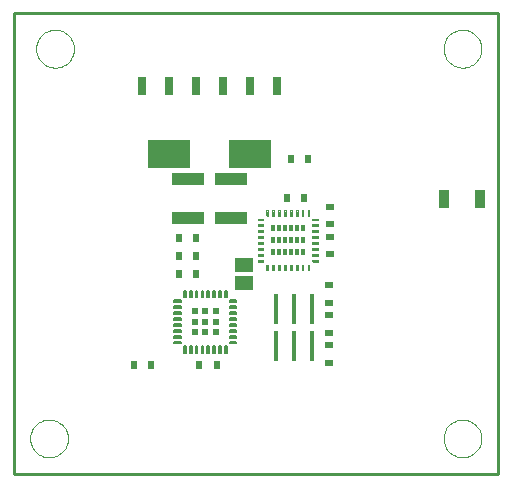
<source format=gtp>
G75*
%MOIN*%
%OFA0B0*%
%FSLAX24Y24*%
%IPPOS*%
%LPD*%
%AMOC8*
5,1,8,0,0,1.08239X$1,22.5*
%
%ADD10C,0.0100*%
%ADD11C,0.0000*%
%ADD12R,0.0197X0.0315*%
%ADD13R,0.0315X0.0197*%
%ADD14R,0.0335X0.0630*%
%ADD15R,0.1102X0.0394*%
%ADD16R,0.0630X0.0460*%
%ADD17R,0.0157X0.1024*%
%ADD18C,0.0059*%
%ADD19R,0.0200X0.0200*%
%ADD20R,0.0118X0.0236*%
%ADD21C,0.0040*%
%ADD22R,0.0280X0.0591*%
%ADD23R,0.1417X0.0965*%
D10*
X000574Y000574D02*
X000574Y015928D01*
X016715Y015928D01*
X016715Y000574D01*
X000574Y000574D01*
D11*
X001125Y001755D02*
X001127Y001805D01*
X001133Y001855D01*
X001143Y001904D01*
X001157Y001952D01*
X001174Y001999D01*
X001195Y002044D01*
X001220Y002088D01*
X001248Y002129D01*
X001280Y002168D01*
X001314Y002205D01*
X001351Y002239D01*
X001391Y002269D01*
X001433Y002296D01*
X001477Y002320D01*
X001523Y002341D01*
X001570Y002357D01*
X001618Y002370D01*
X001668Y002379D01*
X001717Y002384D01*
X001768Y002385D01*
X001818Y002382D01*
X001867Y002375D01*
X001916Y002364D01*
X001964Y002349D01*
X002010Y002331D01*
X002055Y002309D01*
X002098Y002283D01*
X002139Y002254D01*
X002178Y002222D01*
X002214Y002187D01*
X002246Y002149D01*
X002276Y002109D01*
X002303Y002066D01*
X002326Y002022D01*
X002345Y001976D01*
X002361Y001928D01*
X002373Y001879D01*
X002381Y001830D01*
X002385Y001780D01*
X002385Y001730D01*
X002381Y001680D01*
X002373Y001631D01*
X002361Y001582D01*
X002345Y001534D01*
X002326Y001488D01*
X002303Y001444D01*
X002276Y001401D01*
X002246Y001361D01*
X002214Y001323D01*
X002178Y001288D01*
X002139Y001256D01*
X002098Y001227D01*
X002055Y001201D01*
X002010Y001179D01*
X001964Y001161D01*
X001916Y001146D01*
X001867Y001135D01*
X001818Y001128D01*
X001768Y001125D01*
X001717Y001126D01*
X001668Y001131D01*
X001618Y001140D01*
X001570Y001153D01*
X001523Y001169D01*
X001477Y001190D01*
X001433Y001214D01*
X001391Y001241D01*
X001351Y001271D01*
X001314Y001305D01*
X001280Y001342D01*
X001248Y001381D01*
X001220Y001422D01*
X001195Y001466D01*
X001174Y001511D01*
X001157Y001558D01*
X001143Y001606D01*
X001133Y001655D01*
X001127Y001705D01*
X001125Y001755D01*
X001322Y014747D02*
X001324Y014797D01*
X001330Y014847D01*
X001340Y014896D01*
X001354Y014944D01*
X001371Y014991D01*
X001392Y015036D01*
X001417Y015080D01*
X001445Y015121D01*
X001477Y015160D01*
X001511Y015197D01*
X001548Y015231D01*
X001588Y015261D01*
X001630Y015288D01*
X001674Y015312D01*
X001720Y015333D01*
X001767Y015349D01*
X001815Y015362D01*
X001865Y015371D01*
X001914Y015376D01*
X001965Y015377D01*
X002015Y015374D01*
X002064Y015367D01*
X002113Y015356D01*
X002161Y015341D01*
X002207Y015323D01*
X002252Y015301D01*
X002295Y015275D01*
X002336Y015246D01*
X002375Y015214D01*
X002411Y015179D01*
X002443Y015141D01*
X002473Y015101D01*
X002500Y015058D01*
X002523Y015014D01*
X002542Y014968D01*
X002558Y014920D01*
X002570Y014871D01*
X002578Y014822D01*
X002582Y014772D01*
X002582Y014722D01*
X002578Y014672D01*
X002570Y014623D01*
X002558Y014574D01*
X002542Y014526D01*
X002523Y014480D01*
X002500Y014436D01*
X002473Y014393D01*
X002443Y014353D01*
X002411Y014315D01*
X002375Y014280D01*
X002336Y014248D01*
X002295Y014219D01*
X002252Y014193D01*
X002207Y014171D01*
X002161Y014153D01*
X002113Y014138D01*
X002064Y014127D01*
X002015Y014120D01*
X001965Y014117D01*
X001914Y014118D01*
X001865Y014123D01*
X001815Y014132D01*
X001767Y014145D01*
X001720Y014161D01*
X001674Y014182D01*
X001630Y014206D01*
X001588Y014233D01*
X001548Y014263D01*
X001511Y014297D01*
X001477Y014334D01*
X001445Y014373D01*
X001417Y014414D01*
X001392Y014458D01*
X001371Y014503D01*
X001354Y014550D01*
X001340Y014598D01*
X001330Y014647D01*
X001324Y014697D01*
X001322Y014747D01*
X014904Y014747D02*
X014906Y014797D01*
X014912Y014847D01*
X014922Y014896D01*
X014936Y014944D01*
X014953Y014991D01*
X014974Y015036D01*
X014999Y015080D01*
X015027Y015121D01*
X015059Y015160D01*
X015093Y015197D01*
X015130Y015231D01*
X015170Y015261D01*
X015212Y015288D01*
X015256Y015312D01*
X015302Y015333D01*
X015349Y015349D01*
X015397Y015362D01*
X015447Y015371D01*
X015496Y015376D01*
X015547Y015377D01*
X015597Y015374D01*
X015646Y015367D01*
X015695Y015356D01*
X015743Y015341D01*
X015789Y015323D01*
X015834Y015301D01*
X015877Y015275D01*
X015918Y015246D01*
X015957Y015214D01*
X015993Y015179D01*
X016025Y015141D01*
X016055Y015101D01*
X016082Y015058D01*
X016105Y015014D01*
X016124Y014968D01*
X016140Y014920D01*
X016152Y014871D01*
X016160Y014822D01*
X016164Y014772D01*
X016164Y014722D01*
X016160Y014672D01*
X016152Y014623D01*
X016140Y014574D01*
X016124Y014526D01*
X016105Y014480D01*
X016082Y014436D01*
X016055Y014393D01*
X016025Y014353D01*
X015993Y014315D01*
X015957Y014280D01*
X015918Y014248D01*
X015877Y014219D01*
X015834Y014193D01*
X015789Y014171D01*
X015743Y014153D01*
X015695Y014138D01*
X015646Y014127D01*
X015597Y014120D01*
X015547Y014117D01*
X015496Y014118D01*
X015447Y014123D01*
X015397Y014132D01*
X015349Y014145D01*
X015302Y014161D01*
X015256Y014182D01*
X015212Y014206D01*
X015170Y014233D01*
X015130Y014263D01*
X015093Y014297D01*
X015059Y014334D01*
X015027Y014373D01*
X014999Y014414D01*
X014974Y014458D01*
X014953Y014503D01*
X014936Y014550D01*
X014922Y014598D01*
X014912Y014647D01*
X014906Y014697D01*
X014904Y014747D01*
X014904Y001755D02*
X014906Y001805D01*
X014912Y001855D01*
X014922Y001904D01*
X014936Y001952D01*
X014953Y001999D01*
X014974Y002044D01*
X014999Y002088D01*
X015027Y002129D01*
X015059Y002168D01*
X015093Y002205D01*
X015130Y002239D01*
X015170Y002269D01*
X015212Y002296D01*
X015256Y002320D01*
X015302Y002341D01*
X015349Y002357D01*
X015397Y002370D01*
X015447Y002379D01*
X015496Y002384D01*
X015547Y002385D01*
X015597Y002382D01*
X015646Y002375D01*
X015695Y002364D01*
X015743Y002349D01*
X015789Y002331D01*
X015834Y002309D01*
X015877Y002283D01*
X015918Y002254D01*
X015957Y002222D01*
X015993Y002187D01*
X016025Y002149D01*
X016055Y002109D01*
X016082Y002066D01*
X016105Y002022D01*
X016124Y001976D01*
X016140Y001928D01*
X016152Y001879D01*
X016160Y001830D01*
X016164Y001780D01*
X016164Y001730D01*
X016160Y001680D01*
X016152Y001631D01*
X016140Y001582D01*
X016124Y001534D01*
X016105Y001488D01*
X016082Y001444D01*
X016055Y001401D01*
X016025Y001361D01*
X015993Y001323D01*
X015957Y001288D01*
X015918Y001256D01*
X015877Y001227D01*
X015834Y001201D01*
X015789Y001179D01*
X015743Y001161D01*
X015695Y001146D01*
X015646Y001135D01*
X015597Y001128D01*
X015547Y001125D01*
X015496Y001126D01*
X015447Y001131D01*
X015397Y001140D01*
X015349Y001153D01*
X015302Y001169D01*
X015256Y001190D01*
X015212Y001214D01*
X015170Y001241D01*
X015130Y001271D01*
X015093Y001305D01*
X015059Y001342D01*
X015027Y001381D01*
X014999Y001422D01*
X014974Y001466D01*
X014953Y001511D01*
X014936Y001558D01*
X014922Y001606D01*
X014912Y001655D01*
X014906Y001705D01*
X014904Y001755D01*
D12*
X007352Y004212D03*
X006762Y004212D03*
X005162Y004212D03*
X004572Y004212D03*
X006072Y007222D03*
X006662Y007222D03*
X006662Y007822D03*
X006662Y008422D03*
X006072Y008422D03*
X006072Y007822D03*
X009672Y009767D03*
X010262Y009767D03*
X010394Y011056D03*
X009804Y011056D03*
D13*
X011102Y009482D03*
X011102Y008892D03*
X011102Y008482D03*
X011102Y007892D03*
X011082Y006872D03*
X011082Y006282D03*
X011082Y005872D03*
X011082Y005282D03*
X011082Y004872D03*
X011082Y004282D03*
D14*
X014902Y009733D03*
X016102Y009733D03*
D15*
X007813Y009104D03*
X007813Y010403D03*
X006379Y010405D03*
X006379Y009105D03*
D16*
X008266Y007526D03*
X008266Y006926D03*
D17*
X009322Y006077D03*
X009912Y006077D03*
X010503Y006077D03*
X010503Y004827D03*
X009912Y004827D03*
X009322Y004827D03*
D18*
X008000Y004922D02*
X008000Y004982D01*
X008000Y004922D02*
X007782Y004922D01*
X007782Y004982D01*
X008000Y004982D01*
X008000Y004980D02*
X007782Y004980D01*
X008000Y005119D02*
X008000Y005179D01*
X008000Y005119D02*
X007782Y005119D01*
X007782Y005179D01*
X008000Y005179D01*
X008000Y005177D02*
X007782Y005177D01*
X008000Y005316D02*
X008000Y005376D01*
X008000Y005316D02*
X007782Y005316D01*
X007782Y005376D01*
X008000Y005376D01*
X008000Y005374D02*
X007782Y005374D01*
X008000Y005512D02*
X008000Y005572D01*
X008000Y005512D02*
X007782Y005512D01*
X007782Y005572D01*
X008000Y005572D01*
X008000Y005570D02*
X007782Y005570D01*
X008000Y005709D02*
X008000Y005769D01*
X008000Y005709D02*
X007782Y005709D01*
X007782Y005769D01*
X008000Y005769D01*
X008000Y005767D02*
X007782Y005767D01*
X008000Y005906D02*
X008000Y005966D01*
X008000Y005906D02*
X007782Y005906D01*
X007782Y005966D01*
X008000Y005966D01*
X008000Y005964D02*
X007782Y005964D01*
X008000Y006103D02*
X008000Y006163D01*
X008000Y006103D02*
X007782Y006103D01*
X007782Y006163D01*
X008000Y006163D01*
X008000Y006161D02*
X007782Y006161D01*
X008000Y006300D02*
X008000Y006360D01*
X008000Y006300D02*
X007782Y006300D01*
X007782Y006360D01*
X008000Y006360D01*
X008000Y006358D02*
X007782Y006358D01*
X007685Y006457D02*
X007685Y006675D01*
X007685Y006457D02*
X007625Y006457D01*
X007625Y006675D01*
X007685Y006675D01*
X007685Y006515D02*
X007625Y006515D01*
X007625Y006573D02*
X007685Y006573D01*
X007685Y006631D02*
X007625Y006631D01*
X007488Y006675D02*
X007488Y006457D01*
X007428Y006457D01*
X007428Y006675D01*
X007488Y006675D01*
X007488Y006515D02*
X007428Y006515D01*
X007428Y006573D02*
X007488Y006573D01*
X007488Y006631D02*
X007428Y006631D01*
X007291Y006675D02*
X007291Y006457D01*
X007231Y006457D01*
X007231Y006675D01*
X007291Y006675D01*
X007291Y006515D02*
X007231Y006515D01*
X007231Y006573D02*
X007291Y006573D01*
X007291Y006631D02*
X007231Y006631D01*
X007094Y006675D02*
X007094Y006457D01*
X007034Y006457D01*
X007034Y006675D01*
X007094Y006675D01*
X007094Y006515D02*
X007034Y006515D01*
X007034Y006573D02*
X007094Y006573D01*
X007094Y006631D02*
X007034Y006631D01*
X006897Y006675D02*
X006897Y006457D01*
X006837Y006457D01*
X006837Y006675D01*
X006897Y006675D01*
X006897Y006515D02*
X006837Y006515D01*
X006837Y006573D02*
X006897Y006573D01*
X006897Y006631D02*
X006837Y006631D01*
X006701Y006675D02*
X006701Y006457D01*
X006641Y006457D01*
X006641Y006675D01*
X006701Y006675D01*
X006701Y006515D02*
X006641Y006515D01*
X006641Y006573D02*
X006701Y006573D01*
X006701Y006631D02*
X006641Y006631D01*
X006504Y006675D02*
X006504Y006457D01*
X006444Y006457D01*
X006444Y006675D01*
X006504Y006675D01*
X006504Y006515D02*
X006444Y006515D01*
X006444Y006573D02*
X006504Y006573D01*
X006504Y006631D02*
X006444Y006631D01*
X006307Y006675D02*
X006307Y006457D01*
X006247Y006457D01*
X006247Y006675D01*
X006307Y006675D01*
X006307Y006515D02*
X006247Y006515D01*
X006247Y006573D02*
X006307Y006573D01*
X006307Y006631D02*
X006247Y006631D01*
X006150Y006360D02*
X006150Y006300D01*
X005932Y006300D01*
X005932Y006360D01*
X006150Y006360D01*
X006150Y006358D02*
X005932Y006358D01*
X006150Y006163D02*
X006150Y006103D01*
X005932Y006103D01*
X005932Y006163D01*
X006150Y006163D01*
X006150Y006161D02*
X005932Y006161D01*
X006150Y005966D02*
X006150Y005906D01*
X005932Y005906D01*
X005932Y005966D01*
X006150Y005966D01*
X006150Y005964D02*
X005932Y005964D01*
X006150Y005769D02*
X006150Y005709D01*
X005932Y005709D01*
X005932Y005769D01*
X006150Y005769D01*
X006150Y005767D02*
X005932Y005767D01*
X006150Y005572D02*
X006150Y005512D01*
X005932Y005512D01*
X005932Y005572D01*
X006150Y005572D01*
X006150Y005570D02*
X005932Y005570D01*
X006150Y005376D02*
X006150Y005316D01*
X005932Y005316D01*
X005932Y005376D01*
X006150Y005376D01*
X006150Y005374D02*
X005932Y005374D01*
X006150Y005179D02*
X006150Y005119D01*
X005932Y005119D01*
X005932Y005179D01*
X006150Y005179D01*
X006150Y005177D02*
X005932Y005177D01*
X006150Y004982D02*
X006150Y004922D01*
X005932Y004922D01*
X005932Y004982D01*
X006150Y004982D01*
X006150Y004980D02*
X005932Y004980D01*
X006307Y004825D02*
X006307Y004607D01*
X006247Y004607D01*
X006247Y004825D01*
X006307Y004825D01*
X006307Y004665D02*
X006247Y004665D01*
X006247Y004723D02*
X006307Y004723D01*
X006307Y004781D02*
X006247Y004781D01*
X006504Y004825D02*
X006504Y004607D01*
X006444Y004607D01*
X006444Y004825D01*
X006504Y004825D01*
X006504Y004665D02*
X006444Y004665D01*
X006444Y004723D02*
X006504Y004723D01*
X006504Y004781D02*
X006444Y004781D01*
X006701Y004825D02*
X006701Y004607D01*
X006641Y004607D01*
X006641Y004825D01*
X006701Y004825D01*
X006701Y004665D02*
X006641Y004665D01*
X006641Y004723D02*
X006701Y004723D01*
X006701Y004781D02*
X006641Y004781D01*
X006897Y004825D02*
X006897Y004607D01*
X006837Y004607D01*
X006837Y004825D01*
X006897Y004825D01*
X006897Y004665D02*
X006837Y004665D01*
X006837Y004723D02*
X006897Y004723D01*
X006897Y004781D02*
X006837Y004781D01*
X007094Y004825D02*
X007094Y004607D01*
X007034Y004607D01*
X007034Y004825D01*
X007094Y004825D01*
X007094Y004665D02*
X007034Y004665D01*
X007034Y004723D02*
X007094Y004723D01*
X007094Y004781D02*
X007034Y004781D01*
X007291Y004825D02*
X007291Y004607D01*
X007231Y004607D01*
X007231Y004825D01*
X007291Y004825D01*
X007291Y004665D02*
X007231Y004665D01*
X007231Y004723D02*
X007291Y004723D01*
X007291Y004781D02*
X007231Y004781D01*
X007488Y004825D02*
X007488Y004607D01*
X007428Y004607D01*
X007428Y004825D01*
X007488Y004825D01*
X007488Y004665D02*
X007428Y004665D01*
X007428Y004723D02*
X007488Y004723D01*
X007488Y004781D02*
X007428Y004781D01*
X007685Y004825D02*
X007685Y004607D01*
X007625Y004607D01*
X007625Y004825D01*
X007685Y004825D01*
X007685Y004665D02*
X007625Y004665D01*
X007625Y004723D02*
X007685Y004723D01*
X007685Y004781D02*
X007625Y004781D01*
D19*
X007316Y005291D03*
X007316Y005641D03*
X007316Y005991D03*
X006966Y005991D03*
X006966Y005641D03*
X006966Y005291D03*
X006616Y005291D03*
X006616Y005641D03*
X006616Y005991D03*
D20*
X009219Y007972D03*
X009416Y007972D03*
X009612Y007972D03*
X009809Y007972D03*
X010006Y007972D03*
X010203Y007972D03*
X010203Y008366D03*
X010006Y008366D03*
X009809Y008366D03*
X009612Y008366D03*
X009416Y008366D03*
X009219Y008366D03*
X009219Y008760D03*
X009416Y008760D03*
X009612Y008760D03*
X009809Y008760D03*
X010006Y008760D03*
X010203Y008760D03*
D21*
X010528Y008829D02*
X010528Y008888D01*
X010705Y008888D01*
X010705Y008829D01*
X010528Y008829D01*
X010528Y008856D02*
X010705Y008856D01*
X010705Y008691D02*
X010528Y008691D01*
X010528Y008632D01*
X010705Y008632D01*
X010705Y008691D01*
X010705Y008664D02*
X010528Y008664D01*
X010528Y008494D02*
X010705Y008494D01*
X010705Y008435D01*
X010528Y008435D01*
X010528Y008494D01*
X010528Y008471D02*
X010705Y008471D01*
X010705Y008297D02*
X010528Y008297D01*
X010528Y008238D01*
X010705Y008238D01*
X010705Y008297D01*
X010705Y008279D02*
X010528Y008279D01*
X010528Y008240D02*
X010705Y008240D01*
X010705Y008100D02*
X010705Y008041D01*
X010528Y008041D01*
X010528Y008100D01*
X010705Y008100D01*
X010705Y008086D02*
X010528Y008086D01*
X010528Y008048D02*
X010705Y008048D01*
X010705Y007903D02*
X010528Y007903D01*
X010528Y007844D01*
X010705Y007844D01*
X010705Y007903D01*
X010705Y007894D02*
X010528Y007894D01*
X010528Y007855D02*
X010705Y007855D01*
X010705Y007706D02*
X010528Y007706D01*
X010528Y007667D01*
X010548Y007647D01*
X010705Y007647D01*
X010705Y007706D01*
X010705Y007701D02*
X010528Y007701D01*
X010532Y007663D02*
X010705Y007663D01*
X010429Y007529D02*
X010429Y007372D01*
X010370Y007372D01*
X010370Y007549D01*
X010410Y007549D01*
X010429Y007529D01*
X010429Y007509D02*
X010370Y007509D01*
X010370Y007547D02*
X010411Y007547D01*
X010429Y007470D02*
X010370Y007470D01*
X010370Y007432D02*
X010429Y007432D01*
X010429Y007393D02*
X010370Y007393D01*
X010233Y007393D02*
X010174Y007393D01*
X010174Y007372D02*
X010233Y007372D01*
X010233Y007549D01*
X010174Y007549D01*
X010174Y007372D01*
X010174Y007432D02*
X010233Y007432D01*
X010233Y007470D02*
X010174Y007470D01*
X010174Y007509D02*
X010233Y007509D01*
X010233Y007547D02*
X010174Y007547D01*
X010036Y007547D02*
X009977Y007547D01*
X009977Y007549D02*
X010036Y007549D01*
X010036Y007372D01*
X009977Y007372D01*
X009977Y007549D01*
X009977Y007509D02*
X010036Y007509D01*
X010036Y007470D02*
X009977Y007470D01*
X009977Y007432D02*
X010036Y007432D01*
X010036Y007393D02*
X009977Y007393D01*
X009839Y007393D02*
X009780Y007393D01*
X009780Y007372D02*
X009839Y007372D01*
X009839Y007549D01*
X009780Y007549D01*
X009780Y007372D01*
X009780Y007432D02*
X009839Y007432D01*
X009839Y007470D02*
X009780Y007470D01*
X009780Y007509D02*
X009839Y007509D01*
X009839Y007547D02*
X009780Y007547D01*
X009642Y007547D02*
X009583Y007547D01*
X009583Y007549D02*
X009642Y007549D01*
X009642Y007372D01*
X009583Y007372D01*
X009583Y007549D01*
X009583Y007509D02*
X009642Y007509D01*
X009642Y007470D02*
X009583Y007470D01*
X009583Y007432D02*
X009642Y007432D01*
X009642Y007393D02*
X009583Y007393D01*
X009445Y007393D02*
X009386Y007393D01*
X009386Y007372D02*
X009445Y007372D01*
X009445Y007549D01*
X009386Y007549D01*
X009386Y007372D01*
X009386Y007432D02*
X009445Y007432D01*
X009445Y007470D02*
X009386Y007470D01*
X009386Y007509D02*
X009445Y007509D01*
X009445Y007547D02*
X009386Y007547D01*
X009248Y007547D02*
X009189Y007547D01*
X009189Y007549D02*
X009248Y007549D01*
X009248Y007372D01*
X009189Y007372D01*
X009189Y007549D01*
X009189Y007509D02*
X009248Y007509D01*
X009248Y007470D02*
X009189Y007470D01*
X009189Y007432D02*
X009248Y007432D01*
X009248Y007393D02*
X009189Y007393D01*
X009051Y007393D02*
X008992Y007393D01*
X008992Y007372D02*
X009051Y007372D01*
X009051Y007549D01*
X009012Y007549D01*
X008992Y007529D01*
X008992Y007372D01*
X008992Y007432D02*
X009051Y007432D01*
X009051Y007470D02*
X008992Y007470D01*
X008992Y007509D02*
X009051Y007509D01*
X009051Y007547D02*
X009010Y007547D01*
X008894Y007667D02*
X008894Y007706D01*
X008717Y007706D01*
X008717Y007647D01*
X008874Y007647D01*
X008894Y007667D01*
X008890Y007663D02*
X008717Y007663D01*
X008717Y007701D02*
X008894Y007701D01*
X008894Y007844D02*
X008717Y007844D01*
X008717Y007903D01*
X008894Y007903D01*
X008894Y007844D01*
X008894Y007855D02*
X008717Y007855D01*
X008717Y007894D02*
X008894Y007894D01*
X008894Y008041D02*
X008717Y008041D01*
X008717Y008100D01*
X008894Y008100D01*
X008894Y008041D01*
X008894Y008048D02*
X008717Y008048D01*
X008717Y008086D02*
X008894Y008086D01*
X008894Y008238D02*
X008717Y008238D01*
X008717Y008297D01*
X008894Y008297D01*
X008894Y008238D01*
X008894Y008240D02*
X008717Y008240D01*
X008717Y008279D02*
X008894Y008279D01*
X008894Y008435D02*
X008717Y008435D01*
X008717Y008494D01*
X008894Y008494D01*
X008894Y008435D01*
X008894Y008471D02*
X008717Y008471D01*
X008717Y008632D02*
X008717Y008691D01*
X008894Y008691D01*
X008894Y008632D01*
X008717Y008632D01*
X008717Y008664D02*
X008894Y008664D01*
X008894Y008829D02*
X008717Y008829D01*
X008717Y008888D01*
X008894Y008888D01*
X008894Y008829D01*
X008894Y008856D02*
X008717Y008856D01*
X008717Y009025D02*
X008717Y009084D01*
X008874Y009084D01*
X008894Y009065D01*
X008894Y009025D01*
X008717Y009025D01*
X008717Y009049D02*
X008894Y009049D01*
X009012Y009183D02*
X008992Y009203D01*
X009051Y009203D01*
X009051Y009183D02*
X009051Y009360D01*
X008992Y009360D01*
X008992Y009203D01*
X009012Y009183D02*
X009051Y009183D01*
X009051Y009241D02*
X008992Y009241D01*
X008992Y009280D02*
X009051Y009280D01*
X009051Y009318D02*
X008992Y009318D01*
X008992Y009357D02*
X009051Y009357D01*
X009189Y009357D02*
X009248Y009357D01*
X009248Y009360D02*
X009189Y009360D01*
X009189Y009183D01*
X009248Y009183D01*
X009248Y009360D01*
X009248Y009318D02*
X009189Y009318D01*
X009189Y009280D02*
X009248Y009280D01*
X009248Y009241D02*
X009189Y009241D01*
X009189Y009203D02*
X009248Y009203D01*
X009386Y009203D02*
X009445Y009203D01*
X009445Y009183D02*
X009386Y009183D01*
X009386Y009360D01*
X009445Y009360D01*
X009445Y009183D01*
X009445Y009241D02*
X009386Y009241D01*
X009386Y009280D02*
X009445Y009280D01*
X009445Y009318D02*
X009386Y009318D01*
X009386Y009357D02*
X009445Y009357D01*
X009583Y009357D02*
X009642Y009357D01*
X009642Y009360D02*
X009583Y009360D01*
X009583Y009183D01*
X009642Y009183D01*
X009642Y009360D01*
X009642Y009318D02*
X009583Y009318D01*
X009583Y009280D02*
X009642Y009280D01*
X009642Y009241D02*
X009583Y009241D01*
X009583Y009203D02*
X009642Y009203D01*
X009780Y009203D02*
X009839Y009203D01*
X009839Y009183D02*
X009780Y009183D01*
X009780Y009360D01*
X009839Y009360D01*
X009839Y009183D01*
X009839Y009241D02*
X009780Y009241D01*
X009780Y009280D02*
X009839Y009280D01*
X009839Y009318D02*
X009780Y009318D01*
X009780Y009357D02*
X009839Y009357D01*
X009977Y009357D02*
X010036Y009357D01*
X010036Y009360D02*
X009977Y009360D01*
X009977Y009183D01*
X010036Y009183D01*
X010036Y009360D01*
X010036Y009318D02*
X009977Y009318D01*
X009977Y009280D02*
X010036Y009280D01*
X010036Y009241D02*
X009977Y009241D01*
X009977Y009203D02*
X010036Y009203D01*
X010174Y009203D02*
X010233Y009203D01*
X010233Y009183D02*
X010174Y009183D01*
X010174Y009360D01*
X010233Y009360D01*
X010233Y009183D01*
X010233Y009241D02*
X010174Y009241D01*
X010174Y009280D02*
X010233Y009280D01*
X010233Y009318D02*
X010174Y009318D01*
X010174Y009357D02*
X010233Y009357D01*
X010370Y009357D02*
X010429Y009357D01*
X010429Y009360D02*
X010370Y009360D01*
X010370Y009183D01*
X010410Y009183D01*
X010429Y009203D01*
X010370Y009203D01*
X010370Y009241D02*
X010429Y009241D01*
X010429Y009203D02*
X010429Y009360D01*
X010429Y009318D02*
X010370Y009318D01*
X010370Y009280D02*
X010429Y009280D01*
X010548Y009084D02*
X010528Y009065D01*
X010528Y009025D01*
X010705Y009025D01*
X010705Y009084D01*
X010548Y009084D01*
X010528Y009049D02*
X010705Y009049D01*
D22*
X009351Y013497D03*
X008446Y013497D03*
X007540Y013497D03*
X006651Y013497D03*
X005746Y013497D03*
X004840Y013497D03*
D23*
X005746Y011243D03*
X008446Y011243D03*
M02*

</source>
